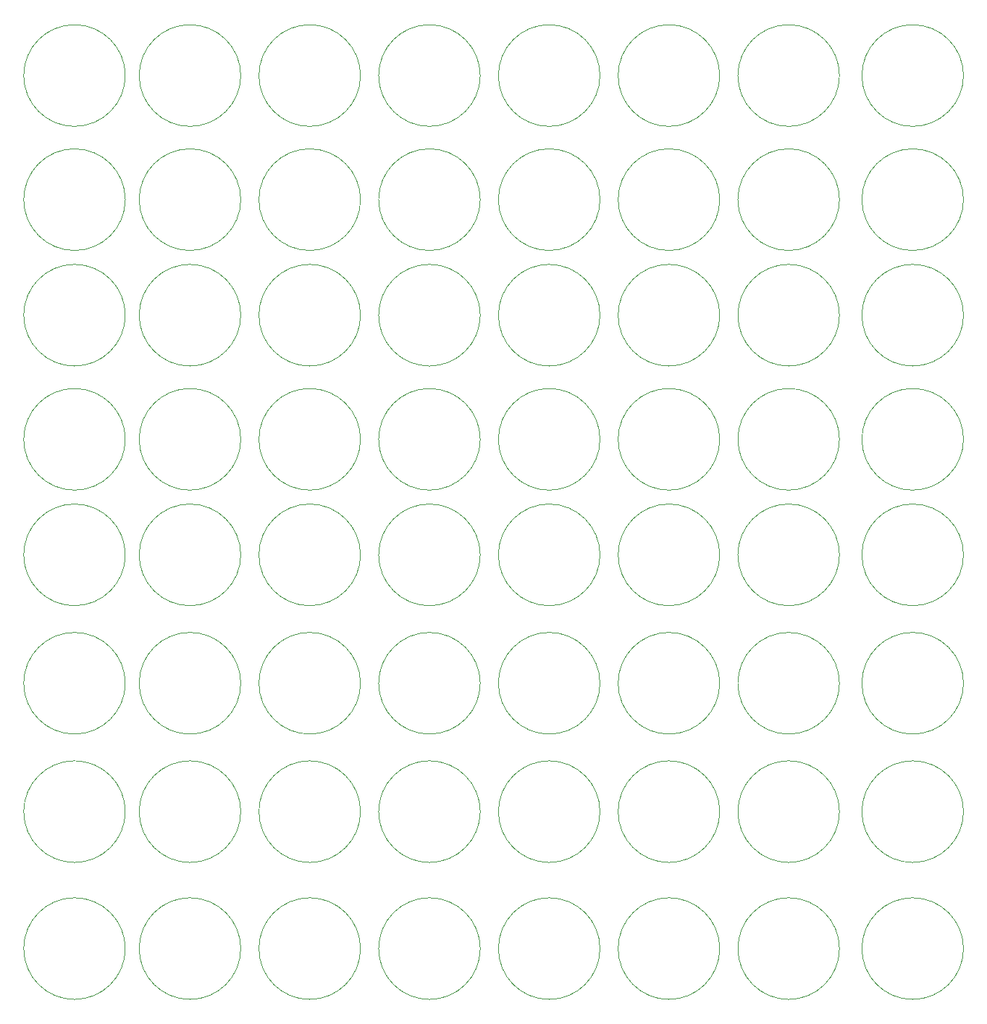
<source format=gbr>
%TF.GenerationSoftware,KiCad,Pcbnew,(5.99.0-10282-g296a9df530)*%
%TF.CreationDate,2021-08-12T07:58:25+00:00*%
%TF.ProjectId,sensorburner,73656e73-6f72-4627-9572-6e65722e6b69,rev?*%
%TF.SameCoordinates,Original*%
%TF.FileFunction,Legend,Bot*%
%TF.FilePolarity,Positive*%
%FSLAX46Y46*%
G04 Gerber Fmt 4.6, Leading zero omitted, Abs format (unit mm)*
G04 Created by KiCad (PCBNEW (5.99.0-10282-g296a9df530)) date 2021-08-12 07:58:25*
%MOMM*%
%LPD*%
G01*
G04 APERTURE LIST*
%ADD10C,0.048260*%
G04 APERTURE END LIST*
D10*
%TO.C,U45*%
X67437745Y-89000000D02*
G75*
G03*
X67437745Y-89000000I-5937745J0D01*
G01*
%TO.C,U24*%
X109937745Y-46000000D02*
G75*
G03*
X109937745Y-46000000I-5937745J0D01*
G01*
%TO.C,U23*%
X95437745Y-46000000D02*
G75*
G03*
X95437745Y-46000000I-5937745J0D01*
G01*
%TO.C,U20*%
X53437745Y-46000000D02*
G75*
G03*
X53437745Y-46000000I-5937745J0D01*
G01*
%TO.C,U28*%
X53437745Y-60500000D02*
G75*
G03*
X53437745Y-60500000I-5937745J0D01*
G01*
%TO.C,U8*%
X109937745Y-18000000D02*
G75*
G03*
X109937745Y-18000000I-5937745J0D01*
G01*
%TO.C,U16*%
X109937745Y-32500000D02*
G75*
G03*
X109937745Y-32500000I-5937745J0D01*
G01*
%TO.C,U59*%
X39437745Y-120000000D02*
G75*
G03*
X39437745Y-120000000I-5937745J0D01*
G01*
%TO.C,U7*%
X95437745Y-18000000D02*
G75*
G03*
X95437745Y-18000000I-5937745J0D01*
G01*
%TO.C,U53*%
X67437745Y-104000000D02*
G75*
G03*
X67437745Y-104000000I-5937745J0D01*
G01*
%TO.C,U51*%
X39437745Y-104000000D02*
G75*
G03*
X39437745Y-104000000I-5937745J0D01*
G01*
%TO.C,U62*%
X81437745Y-120000000D02*
G75*
G03*
X81437745Y-120000000I-5937745J0D01*
G01*
%TO.C,U6*%
X81437745Y-18000000D02*
G75*
G03*
X81437745Y-18000000I-5937745J0D01*
G01*
%TO.C,U17*%
X11937745Y-46000000D02*
G75*
G03*
X11937745Y-46000000I-5937745J0D01*
G01*
%TO.C,U22*%
X81437745Y-46000000D02*
G75*
G03*
X81437745Y-46000000I-5937745J0D01*
G01*
%TO.C,U61*%
X67437745Y-120000000D02*
G75*
G03*
X67437745Y-120000000I-5937745J0D01*
G01*
%TO.C,U25*%
X11937745Y-60500000D02*
G75*
G03*
X11937745Y-60500000I-5937745J0D01*
G01*
%TO.C,U63*%
X95437745Y-120000000D02*
G75*
G03*
X95437745Y-120000000I-5937745J0D01*
G01*
%TO.C,U43*%
X39437745Y-89000000D02*
G75*
G03*
X39437745Y-89000000I-5937745J0D01*
G01*
%TO.C,U49*%
X11937745Y-104000000D02*
G75*
G03*
X11937745Y-104000000I-5937745J0D01*
G01*
%TO.C,U14*%
X81437745Y-32500000D02*
G75*
G03*
X81437745Y-32500000I-5937745J0D01*
G01*
%TO.C,U44*%
X53437745Y-89000000D02*
G75*
G03*
X53437745Y-89000000I-5937745J0D01*
G01*
%TO.C,U48*%
X109937745Y-89000000D02*
G75*
G03*
X109937745Y-89000000I-5937745J0D01*
G01*
%TO.C,U30*%
X81437745Y-60500000D02*
G75*
G03*
X81437745Y-60500000I-5937745J0D01*
G01*
%TO.C,U11*%
X39437745Y-32500000D02*
G75*
G03*
X39437745Y-32500000I-5937745J0D01*
G01*
%TO.C,U46*%
X81437745Y-89000000D02*
G75*
G03*
X81437745Y-89000000I-5937745J0D01*
G01*
%TO.C,U39*%
X95437745Y-74000000D02*
G75*
G03*
X95437745Y-74000000I-5937745J0D01*
G01*
%TO.C,U42*%
X25437745Y-89000000D02*
G75*
G03*
X25437745Y-89000000I-5937745J0D01*
G01*
%TO.C,U38*%
X81437745Y-74000000D02*
G75*
G03*
X81437745Y-74000000I-5937745J0D01*
G01*
%TO.C,U58*%
X25437745Y-120000000D02*
G75*
G03*
X25437745Y-120000000I-5937745J0D01*
G01*
%TO.C,U5*%
X67437745Y-18000000D02*
G75*
G03*
X67437745Y-18000000I-5937745J0D01*
G01*
%TO.C,U50*%
X25437745Y-104000000D02*
G75*
G03*
X25437745Y-104000000I-5937745J0D01*
G01*
%TO.C,U19*%
X39437745Y-46000000D02*
G75*
G03*
X39437745Y-46000000I-5937745J0D01*
G01*
%TO.C,U21*%
X67437745Y-46000000D02*
G75*
G03*
X67437745Y-46000000I-5937745J0D01*
G01*
%TO.C,U56*%
X109937745Y-104000000D02*
G75*
G03*
X109937745Y-104000000I-5937745J0D01*
G01*
%TO.C,U35*%
X39437745Y-74000000D02*
G75*
G03*
X39437745Y-74000000I-5937745J0D01*
G01*
%TO.C,U9*%
X11937745Y-32500000D02*
G75*
G03*
X11937745Y-32500000I-5937745J0D01*
G01*
%TO.C,U57*%
X11937745Y-120000000D02*
G75*
G03*
X11937745Y-120000000I-5937745J0D01*
G01*
%TO.C,U15*%
X95437745Y-32500000D02*
G75*
G03*
X95437745Y-32500000I-5937745J0D01*
G01*
%TO.C,U54*%
X81437745Y-104000000D02*
G75*
G03*
X81437745Y-104000000I-5937745J0D01*
G01*
%TO.C,U13*%
X67437745Y-32500000D02*
G75*
G03*
X67437745Y-32500000I-5937745J0D01*
G01*
%TO.C,U52*%
X53437745Y-104000000D02*
G75*
G03*
X53437745Y-104000000I-5937745J0D01*
G01*
%TO.C,U27*%
X39437745Y-60500000D02*
G75*
G03*
X39437745Y-60500000I-5937745J0D01*
G01*
%TO.C,U55*%
X95437745Y-104000000D02*
G75*
G03*
X95437745Y-104000000I-5937745J0D01*
G01*
%TO.C,U2*%
X25437745Y-18000000D02*
G75*
G03*
X25437745Y-18000000I-5937745J0D01*
G01*
%TO.C,U33*%
X11937745Y-74000000D02*
G75*
G03*
X11937745Y-74000000I-5937745J0D01*
G01*
%TO.C,U36*%
X53437745Y-74000000D02*
G75*
G03*
X53437745Y-74000000I-5937745J0D01*
G01*
%TO.C,U40*%
X109937745Y-74000000D02*
G75*
G03*
X109937745Y-74000000I-5937745J0D01*
G01*
%TO.C,U34*%
X25437745Y-74000000D02*
G75*
G03*
X25437745Y-74000000I-5937745J0D01*
G01*
%TO.C,U41*%
X11937745Y-89000000D02*
G75*
G03*
X11937745Y-89000000I-5937745J0D01*
G01*
%TO.C,U37*%
X67437745Y-74000000D02*
G75*
G03*
X67437745Y-74000000I-5937745J0D01*
G01*
%TO.C,U31*%
X95437745Y-60500000D02*
G75*
G03*
X95437745Y-60500000I-5937745J0D01*
G01*
%TO.C,U64*%
X109937745Y-120000000D02*
G75*
G03*
X109937745Y-120000000I-5937745J0D01*
G01*
%TO.C,U4*%
X53437745Y-18000000D02*
G75*
G03*
X53437745Y-18000000I-5937745J0D01*
G01*
%TO.C,U1*%
X11937745Y-18000000D02*
G75*
G03*
X11937745Y-18000000I-5937745J0D01*
G01*
%TO.C,U29*%
X67437745Y-60500000D02*
G75*
G03*
X67437745Y-60500000I-5937745J0D01*
G01*
%TO.C,U26*%
X25437745Y-60500000D02*
G75*
G03*
X25437745Y-60500000I-5937745J0D01*
G01*
%TO.C,U10*%
X25437745Y-32500000D02*
G75*
G03*
X25437745Y-32500000I-5937745J0D01*
G01*
%TO.C,U60*%
X53437745Y-120000000D02*
G75*
G03*
X53437745Y-120000000I-5937745J0D01*
G01*
%TO.C,U12*%
X53437745Y-32500000D02*
G75*
G03*
X53437745Y-32500000I-5937745J0D01*
G01*
%TO.C,U3*%
X39437745Y-18000000D02*
G75*
G03*
X39437745Y-18000000I-5937745J0D01*
G01*
%TO.C,U32*%
X109937745Y-60500000D02*
G75*
G03*
X109937745Y-60500000I-5937745J0D01*
G01*
%TO.C,U47*%
X95437745Y-89000000D02*
G75*
G03*
X95437745Y-89000000I-5937745J0D01*
G01*
%TO.C,U18*%
X25437745Y-46000000D02*
G75*
G03*
X25437745Y-46000000I-5937745J0D01*
G01*
%TD*%
M02*

</source>
